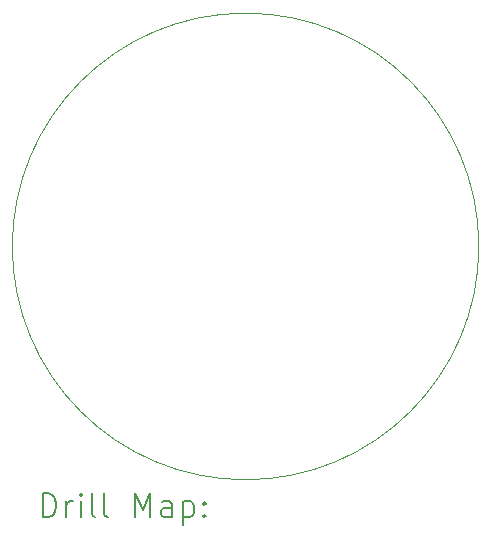
<source format=gbr>
%TF.GenerationSoftware,KiCad,Pcbnew,7.0.5*%
%TF.CreationDate,2024-01-30T00:46:46+01:00*%
%TF.ProjectId,DelaySw,44656c61-7953-4772-9e6b-696361645f70,rev?*%
%TF.SameCoordinates,Original*%
%TF.FileFunction,Drillmap*%
%TF.FilePolarity,Positive*%
%FSLAX45Y45*%
G04 Gerber Fmt 4.5, Leading zero omitted, Abs format (unit mm)*
G04 Created by KiCad (PCBNEW 7.0.5) date 2024-01-30 00:46:46*
%MOMM*%
%LPD*%
G01*
G04 APERTURE LIST*
%ADD10C,0.100000*%
%ADD11C,0.200000*%
G04 APERTURE END LIST*
D10*
X6289006Y-4203700D02*
G75*
G03*
X6289006Y-4203700I-1975122J0D01*
G01*
D11*
X2594539Y-6495305D02*
X2594539Y-6295305D01*
X2594539Y-6295305D02*
X2642158Y-6295305D01*
X2642158Y-6295305D02*
X2670730Y-6304829D01*
X2670730Y-6304829D02*
X2689777Y-6323877D01*
X2689777Y-6323877D02*
X2699301Y-6342924D01*
X2699301Y-6342924D02*
X2708825Y-6381020D01*
X2708825Y-6381020D02*
X2708825Y-6409591D01*
X2708825Y-6409591D02*
X2699301Y-6447686D01*
X2699301Y-6447686D02*
X2689777Y-6466734D01*
X2689777Y-6466734D02*
X2670730Y-6485782D01*
X2670730Y-6485782D02*
X2642158Y-6495305D01*
X2642158Y-6495305D02*
X2594539Y-6495305D01*
X2794539Y-6495305D02*
X2794539Y-6361972D01*
X2794539Y-6400067D02*
X2804063Y-6381020D01*
X2804063Y-6381020D02*
X2813587Y-6371496D01*
X2813587Y-6371496D02*
X2832634Y-6361972D01*
X2832634Y-6361972D02*
X2851682Y-6361972D01*
X2918349Y-6495305D02*
X2918349Y-6361972D01*
X2918349Y-6295305D02*
X2908825Y-6304829D01*
X2908825Y-6304829D02*
X2918349Y-6314353D01*
X2918349Y-6314353D02*
X2927872Y-6304829D01*
X2927872Y-6304829D02*
X2918349Y-6295305D01*
X2918349Y-6295305D02*
X2918349Y-6314353D01*
X3042158Y-6495305D02*
X3023111Y-6485782D01*
X3023111Y-6485782D02*
X3013587Y-6466734D01*
X3013587Y-6466734D02*
X3013587Y-6295305D01*
X3146920Y-6495305D02*
X3127872Y-6485782D01*
X3127872Y-6485782D02*
X3118349Y-6466734D01*
X3118349Y-6466734D02*
X3118349Y-6295305D01*
X3375492Y-6495305D02*
X3375492Y-6295305D01*
X3375492Y-6295305D02*
X3442158Y-6438163D01*
X3442158Y-6438163D02*
X3508825Y-6295305D01*
X3508825Y-6295305D02*
X3508825Y-6495305D01*
X3689777Y-6495305D02*
X3689777Y-6390544D01*
X3689777Y-6390544D02*
X3680253Y-6371496D01*
X3680253Y-6371496D02*
X3661206Y-6361972D01*
X3661206Y-6361972D02*
X3623111Y-6361972D01*
X3623111Y-6361972D02*
X3604063Y-6371496D01*
X3689777Y-6485782D02*
X3670730Y-6495305D01*
X3670730Y-6495305D02*
X3623111Y-6495305D01*
X3623111Y-6495305D02*
X3604063Y-6485782D01*
X3604063Y-6485782D02*
X3594539Y-6466734D01*
X3594539Y-6466734D02*
X3594539Y-6447686D01*
X3594539Y-6447686D02*
X3604063Y-6428639D01*
X3604063Y-6428639D02*
X3623111Y-6419115D01*
X3623111Y-6419115D02*
X3670730Y-6419115D01*
X3670730Y-6419115D02*
X3689777Y-6409591D01*
X3785015Y-6361972D02*
X3785015Y-6561972D01*
X3785015Y-6371496D02*
X3804063Y-6361972D01*
X3804063Y-6361972D02*
X3842158Y-6361972D01*
X3842158Y-6361972D02*
X3861206Y-6371496D01*
X3861206Y-6371496D02*
X3870730Y-6381020D01*
X3870730Y-6381020D02*
X3880253Y-6400067D01*
X3880253Y-6400067D02*
X3880253Y-6457210D01*
X3880253Y-6457210D02*
X3870730Y-6476258D01*
X3870730Y-6476258D02*
X3861206Y-6485782D01*
X3861206Y-6485782D02*
X3842158Y-6495305D01*
X3842158Y-6495305D02*
X3804063Y-6495305D01*
X3804063Y-6495305D02*
X3785015Y-6485782D01*
X3965968Y-6476258D02*
X3975492Y-6485782D01*
X3975492Y-6485782D02*
X3965968Y-6495305D01*
X3965968Y-6495305D02*
X3956444Y-6485782D01*
X3956444Y-6485782D02*
X3965968Y-6476258D01*
X3965968Y-6476258D02*
X3965968Y-6495305D01*
X3965968Y-6371496D02*
X3975492Y-6381020D01*
X3975492Y-6381020D02*
X3965968Y-6390544D01*
X3965968Y-6390544D02*
X3956444Y-6381020D01*
X3956444Y-6381020D02*
X3965968Y-6371496D01*
X3965968Y-6371496D02*
X3965968Y-6390544D01*
M02*

</source>
